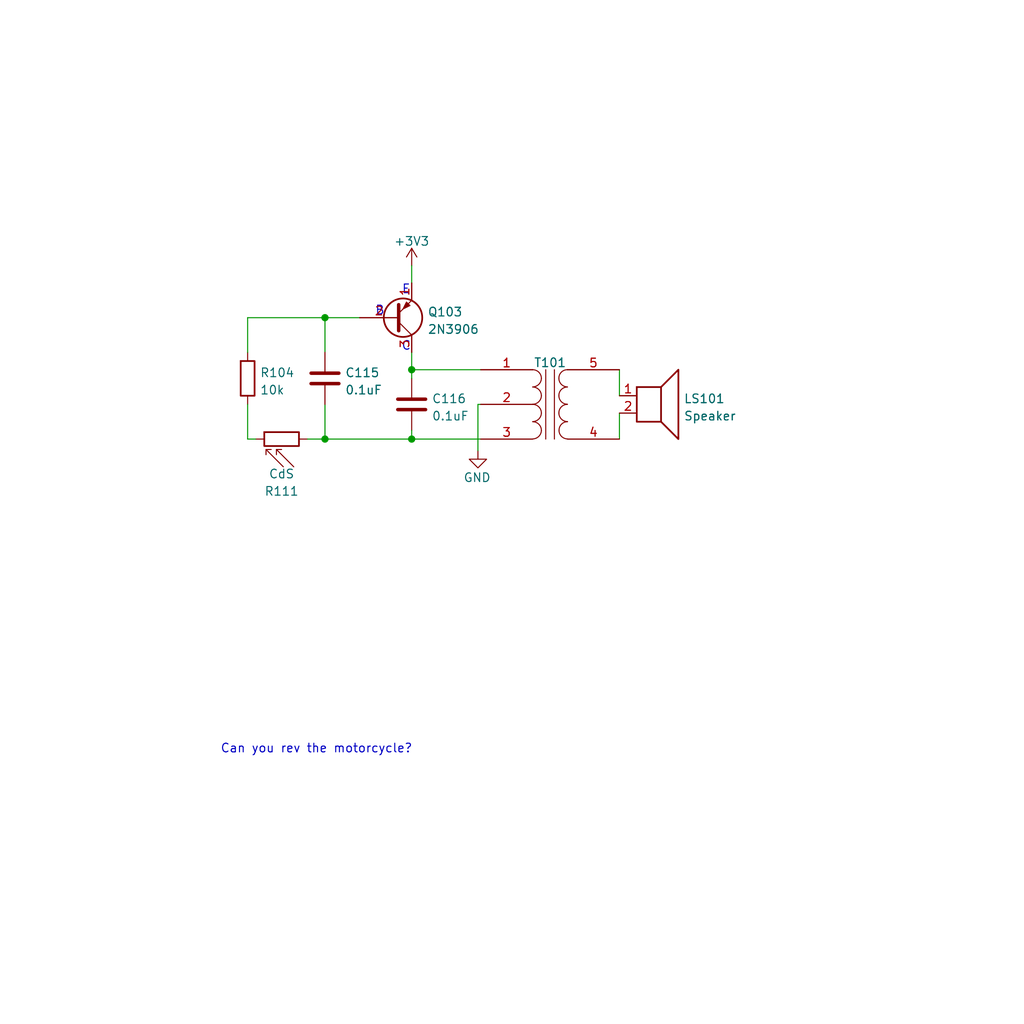
<source format=kicad_sch>
(kicad_sch (version 20211123) (generator eeschema)
  (paper "User" 150.012 150.012)
  (lib_symbols
    (symbol "Device:C" (pin_numbers hide) (pin_names (offset 0.254))
      (property "Reference" "C" (at 0.635 2.54 0))
      (property "Value" "C" (at 0.635 -2.54 0))
      (symbol "C_0_1"
        (polyline (pts (xy -2.032 -0.762) (xy 2.032 -0.762)) (stroke (width 0.508)))
        (polyline (pts (xy -2.032 0.762) (xy 2.032 0.762)) (stroke (width 0.508)))
      )
      (symbol "C_1_1"
        (pin passive line (at 0 3.81 270) (length 2.794) (name "~") (number "1"))
        (pin passive line (at 0 -3.81 90) (length 2.794) (name "~") (number "2"))
      )
    )
    (symbol "Device:R" (pin_numbers hide) (pin_names (offset 0))
      (property "Reference" "R" (at 2.032 0 90))
      (property "Value" "R" (at 0 0 90))
      (symbol "R_0_1"
        (rectangle (start -1.016 -2.54) (end 1.016 2.54) (stroke (width 0.254)))
      )
      (symbol "R_1_1"
        (pin passive line (at 0 3.81 270) (length 1.27) (name "~") (number "1"))
        (pin passive line (at 0 -3.81 90) (length 1.27) (name "~") (number "2"))
      )
    )
    (symbol "Device:R_Photo" (pin_numbers hide) (pin_names (offset 0))
      (property "Reference" "R" (at 1.27 1.27 0))
      (property "Value" "R_Photo" (at 1.27 0 0))
      (symbol "R_Photo_0_1"
        (rectangle (start -1.016 2.54) (end 1.016 -2.54) (stroke (width 0.254)))
        (polyline (pts (xy -1.524 -2.286) (xy -4.064 0.254)))
        (polyline (pts (xy -1.524 -2.286) (xy -2.286 -2.286)))
        (polyline (pts (xy -1.524 -2.286) (xy -1.524 -1.524)))
        (polyline (pts (xy -1.524 -0.762) (xy -4.064 1.778)))
        (polyline (pts (xy -1.524 -0.762) (xy -2.286 -0.762)))
        (polyline (pts (xy -1.524 -0.762) (xy -1.524 0)))
      )
      (symbol "R_Photo_1_1"
        (pin passive line (at 0 3.81 270) (length 1.27) (name "~") (number "1"))
        (pin passive line (at 0 -3.81 90) (length 1.27) (name "~") (number "2"))
      )
    )
    (symbol "Device:Speaker" (pin_names (offset 0) hide)
      (property "Reference" "LS" (at 1.27 5.715 0))
      (property "Value" "Speaker" (at 1.27 3.81 0))
      (symbol "Speaker_0_0"
        (rectangle (start -2.54 1.27) (end 1.016 -3.81) (stroke (width 0.254)))
        (polyline (pts (xy 1.016 1.27) (xy 3.556 3.81) (xy 3.556 -6.35) (xy 1.016 -3.81)) (stroke (width 0.254)))
      )
      (symbol "Speaker_1_1"
        (pin input line (at -5.08 0 0) (length 2.54) (name "1") (number "1"))
        (pin input line (at -5.08 -2.54 0) (length 2.54) (name "2") (number "2"))
      )
    )
    (symbol "Device:Transformer_SP_1S" (pin_names (offset 1.016) hide)
      (property "Reference" "T" (at 0 6.35 0))
      (property "Value" "Transformer_SP_1S" (at 0 -7.62 0))
      (symbol "Transformer_SP_1S_0_1"
        (arc (start -2.54 -5.0546) (mid -1.6599 -4.6901) (end -1.27 -3.81))
        (arc (start -2.54 -2.5146) (mid -1.6599 -2.1501) (end -1.27 -1.27))
        (arc (start -2.54 0.0254) (mid -1.6599 0.3899) (end -1.27 1.27))
        (arc (start -2.54 2.5654) (mid -1.6599 2.9299) (end -1.27 3.81))
        (arc (start -1.27 -3.81) (mid -1.642 -2.912) (end -2.54 -2.54))
        (arc (start -1.27 -1.27) (mid -1.642 -0.372) (end -2.54 0))
        (arc (start -1.27 1.27) (mid -1.642 2.168) (end -2.54 2.54))
        (arc (start -1.27 3.81) (mid -1.642 4.708) (end -2.54 5.08))
        (polyline (pts (xy -0.635 5.08) (xy -0.635 -5.08)))
        (polyline (pts (xy 0.635 -5.08) (xy 0.635 5.08)))
        (arc (start 1.2954 -1.27) (mid 1.6599 -2.1501) (end 2.54 -2.5146))
        (arc (start 1.2954 1.27) (mid 1.6599 0.3899) (end 2.54 0.0254))
        (arc (start 1.2954 3.81) (mid 1.6599 2.9299) (end 2.54 2.5654))
        (arc (start 1.3208 -3.81) (mid 1.6853 -4.6901) (end 2.5654 -5.0546))
        (arc (start 2.54 0) (mid 1.642 -0.372) (end 1.2954 -1.27))
        (arc (start 2.54 2.54) (mid 1.642 2.168) (end 1.2954 1.27))
        (arc (start 2.54 5.08) (mid 1.642 4.708) (end 1.2954 3.81))
        (arc (start 2.5654 -2.54) (mid 1.6674 -2.912) (end 1.3208 -3.81))
      )
      (symbol "Transformer_SP_1S_1_1"
        (pin passive line (at -10.16 5.08 0) (length 7.62) (name "PR1") (number "1"))
        (pin passive line (at -10.16 0 0) (length 7.62) (name "PM") (number "2"))
        (pin passive line (at -10.16 -5.08 0) (length 7.62) (name "PR2") (number "3"))
        (pin passive line (at 10.16 -5.08 180) (length 7.62) (name "S1") (number "4"))
        (pin passive line (at 10.16 5.08 180) (length 7.62) (name "S2") (number "5"))
      )
    )
    (symbol "Transistor_BJT:2N3906" (pin_names (offset 0) hide)
      (property "Reference" "Q" (at 5.08 1.905 0))
      (property "Value" "2N3906" (at 5.08 0 0))
      (symbol "2N3906_0_1"
        (polyline (pts (xy 0.635 0.635) (xy 2.54 2.54)))
        (polyline (pts (xy 0.635 -0.635) (xy 2.54 -2.54) (xy 2.54 -2.54)))
        (polyline (pts (xy 0.635 1.905) (xy 0.635 -1.905) (xy 0.635 -1.905)) (stroke (width 0.508)))
        (polyline (pts (xy 2.286 -1.778) (xy 1.778 -2.286) (xy 1.27 -1.27) (xy 2.286 -1.778) (xy 2.286 -1.778)) (fill (type outline)))
        (circle (center 1.27 0) (radius 2.8194) (stroke (width 0.254)))
      )
      (symbol "2N3906_1_1"
        (pin passive line (at 2.54 -5.08 90) (length 2.54) (name "E") (number "1"))
        (pin input line (at -5.08 0 0) (length 5.715) (name "B") (number "2"))
        (pin passive line (at 2.54 5.08 270) (length 2.54) (name "C") (number "3"))
      )
    )
    (symbol "power:+3V3" (power) (pin_names (offset 0))
      (property "Value" "+3V3" (at 0 3.556 0))
      (symbol "+3V3_0_1"
        (polyline (pts (xy -0.762 1.27) (xy 0 2.54)))
        (polyline (pts (xy 0 0) (xy 0 2.54)))
        (polyline (pts (xy 0 2.54) (xy 0.762 1.27)))
      )
      (symbol "+3V3_1_1"
        (pin power_in line (at 0 0 90) (length 0) hide (name "+3V3") (number "1"))
      )
    )
    (symbol "power:GND" (power) (pin_names (offset 0))
      (property "Value" "GND" (at 0 -3.81 0))
      (symbol "GND_0_1"
        (polyline (pts (xy 0 0) (xy 0 -1.27) (xy 1.27 -1.27) (xy 0 -2.54) (xy -1.27 -1.27) (xy 0 -1.27)))
      )
      (symbol "GND_1_1"
        (pin power_in line (at 0 0 270) (length 0) hide (name "GND") (number "1"))
      )
    )
  )
  (junction (at 47.5996 46.5328))
  (junction (at 47.5996 64.3128))
  (junction (at 60.2996 54.1528))
  (junction (at 60.2996 64.3128))
  (wire (pts (xy 47.5996 64.3128) (xy 47.5996 59.2328)))
  (wire (pts (xy 90.7288 57.9628) (xy 90.7288 54.1528)))
  (wire (pts (xy 90.7288 64.3128) (xy 90.7288 60.5028)))
  (wire (pts (xy 70.0024 59.2328) (xy 70.0024 65.9892)))
  (wire (pts (xy 70.4088 64.3128) (xy 60.2996 64.3128)))
  (wire (pts (xy 70.4088 59.2328) (xy 70.0024 59.2328)))
  (wire (pts (xy 36.2712 46.5328) (xy 47.5996 46.5328)))
  (wire (pts (xy 60.2996 54.1528) (xy 70.4088 54.1528)))
  (wire (pts (xy 60.2996 41.4528) (xy 60.2996 38.9128)))
  (wire (pts (xy 36.2712 64.3128) (xy 36.2712 59.2328)))
  (wire (pts (xy 52.6796 46.5328) (xy 47.5996 46.5328)))
  (wire (pts (xy 45.0596 64.3128) (xy 47.5996 64.3128)))
  (wire (pts (xy 37.4396 64.3128) (xy 36.2712 64.3128)))
  (wire (pts (xy 60.2996 54.1528) (xy 60.2996 51.6128)))
  (wire (pts (xy 60.2996 64.3128) (xy 60.2996 63.0428)))
  (wire (pts (xy 36.2712 51.6128) (xy 36.2712 46.5328)))
  (wire (pts (xy 60.2996 55.4228) (xy 60.2996 54.1528)))
  (wire (pts (xy 47.5996 64.3128) (xy 60.2996 64.3128)))
  (wire (pts (xy 47.5996 46.5328) (xy 47.5996 51.6128)))
  (text "Can you rev the motorcycle?" (at 32.258 110.5408 0) (effects (font (size 1.27 1.27)) (justify left bottom)))
  (text "E" (at 58.8264 43.2816 0) (effects (font (size 1.27 1.27)) (justify left bottom)))
  (text "B" (at 54.9148 46.3804 0) (effects (font (size 1.27 1.27)) (justify left bottom)))
  (text "C" (at 58.7756 51.562 0) (effects (font (size 1.27 1.27)) (justify left bottom)))
  (symbol (lib_id "Device:R_Photo") (at 41.2496 64.3128 270) (mirror x) (unit 1)
    (property "Reference" "R111" (at 41.2496 71.9496 90))
    (property "Value" "CdS" (at 41.2496 69.4127 90))
  )
  (symbol (lib_id "Device:C") (at 60.2996 59.2328 0) (unit 1)
    (property "Reference" "C116" (at 63.2206 58.3981 0) (effects (justify left)))
    (property "Value" "0.1uF" (at 63.2206 60.935 0) (effects (justify left)))
  )
  (symbol (lib_id "power:+3V3") (at 60.2996 38.9128 0) (unit 1)
    (property "Reference" "#PWR?" (effects hide))
    (property "Value" "+3V3" (at 60.2996 35.337 0))
  )
  (symbol (lib_id "Device:Speaker") (at 95.8088 57.9628 0) (unit 1)
    (property "Reference" "LS101" (at 100.1268 58.3981 0) (effects (justify left)))
    (property "Value" "Speaker" (at 100.1268 60.935 0) (effects (justify left)))
  )
  (symbol (lib_id "Device:Transformer_SP_1S") (at 80.5688 59.2328 0) (unit 1)
    (property "Reference" "T101" (at 80.5815 53.1168 0))
    (property "Value" "Transformer_SP_1S" (effects hide))
  )
  (symbol (lib_id "Transistor_BJT:2N3906") (at 57.7596 46.5328 0) (mirror x) (unit 1)
    (property "Reference" "Q103" (at 62.611 45.6981 0) (effects (justify left)))
    (property "Value" "2N3906" (at 62.611 48.235 0) (effects (justify left)))
    (property "Footprint" "Package_TO_SOT_THT:TO-92_Inline" (effects hide))
    (property "Datasheet" "https://www.onsemi.com/pub/Collateral/2N3906-D.PDF" (effects hide))
  )
  (symbol (lib_id "power:GND") (at 70.0024 65.9892 0) (mirror y) (unit 1)
    (property "Reference" "#PWR016" (effects hide))
    (property "Value" "GND" (at 71.9328 69.9516 0) (effects (justify left)))
  )
  (symbol (lib_id "Device:R") (at 36.2712 55.4228 0) (unit 1)
    (property "Reference" "R104" (at 38.0492 54.5881 0) (effects (justify left)))
    (property "Value" "10k" (at 38.0492 57.125 0) (effects (justify left)))
  )
  (symbol (lib_id "Device:C") (at 47.5996 55.4228 0) (unit 1)
    (property "Reference" "C115" (at 50.5206 54.5881 0) (effects (justify left)))
    (property "Value" "0.1uF" (at 50.5206 57.125 0) (effects (justify left)))
  )
)
</source>
